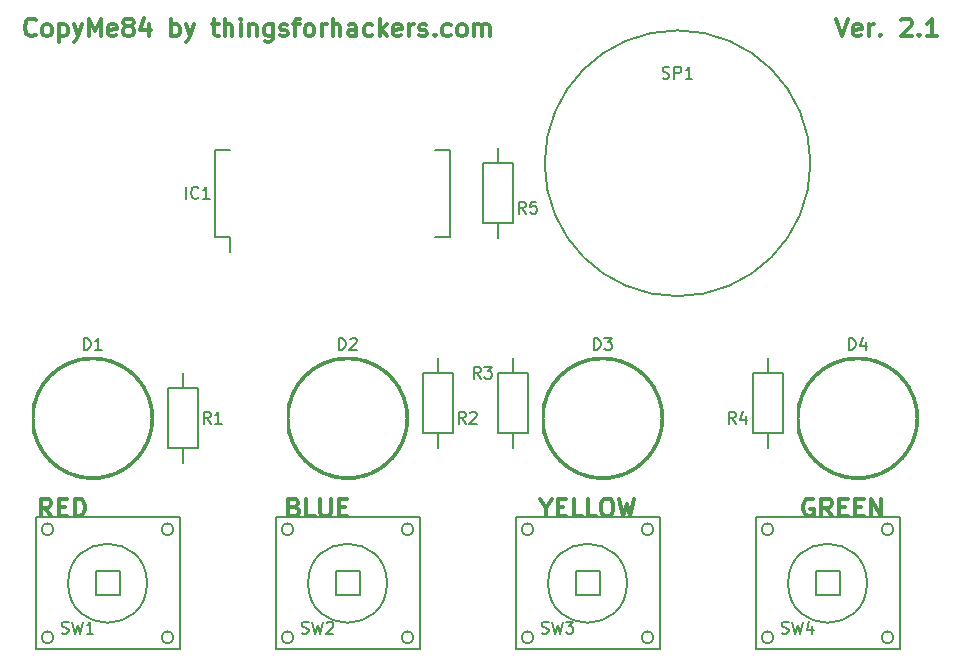
<source format=gbr>
G04 #@! TF.FileFunction,Legend,Top*
%FSLAX46Y46*%
G04 Gerber Fmt 4.6, Leading zero omitted, Abs format (unit mm)*
G04 Created by KiCad (PCBNEW 4.0.6) date Sat Jun 24 19:56:57 2017*
%MOMM*%
%LPD*%
G01*
G04 APERTURE LIST*
%ADD10C,0.100000*%
%ADD11C,0.300000*%
%ADD12C,0.150000*%
G04 APERTURE END LIST*
D10*
D11*
X173478572Y-77918571D02*
X173978572Y-79418571D01*
X174478572Y-77918571D01*
X175550000Y-79347143D02*
X175407143Y-79418571D01*
X175121429Y-79418571D01*
X174978572Y-79347143D01*
X174907143Y-79204286D01*
X174907143Y-78632857D01*
X174978572Y-78490000D01*
X175121429Y-78418571D01*
X175407143Y-78418571D01*
X175550000Y-78490000D01*
X175621429Y-78632857D01*
X175621429Y-78775714D01*
X174907143Y-78918571D01*
X176264286Y-79418571D02*
X176264286Y-78418571D01*
X176264286Y-78704286D02*
X176335714Y-78561429D01*
X176407143Y-78490000D01*
X176550000Y-78418571D01*
X176692857Y-78418571D01*
X177192857Y-79275714D02*
X177264285Y-79347143D01*
X177192857Y-79418571D01*
X177121428Y-79347143D01*
X177192857Y-79275714D01*
X177192857Y-79418571D01*
X178978571Y-78061429D02*
X179050000Y-77990000D01*
X179192857Y-77918571D01*
X179550000Y-77918571D01*
X179692857Y-77990000D01*
X179764286Y-78061429D01*
X179835714Y-78204286D01*
X179835714Y-78347143D01*
X179764286Y-78561429D01*
X178907143Y-79418571D01*
X179835714Y-79418571D01*
X180478571Y-79275714D02*
X180549999Y-79347143D01*
X180478571Y-79418571D01*
X180407142Y-79347143D01*
X180478571Y-79275714D01*
X180478571Y-79418571D01*
X181978571Y-79418571D02*
X181121428Y-79418571D01*
X181550000Y-79418571D02*
X181550000Y-77918571D01*
X181407143Y-78132857D01*
X181264285Y-78275714D01*
X181121428Y-78347143D01*
X171490000Y-118630000D02*
X171347143Y-118558571D01*
X171132857Y-118558571D01*
X170918572Y-118630000D01*
X170775714Y-118772857D01*
X170704286Y-118915714D01*
X170632857Y-119201429D01*
X170632857Y-119415714D01*
X170704286Y-119701429D01*
X170775714Y-119844286D01*
X170918572Y-119987143D01*
X171132857Y-120058571D01*
X171275714Y-120058571D01*
X171490000Y-119987143D01*
X171561429Y-119915714D01*
X171561429Y-119415714D01*
X171275714Y-119415714D01*
X173061429Y-120058571D02*
X172561429Y-119344286D01*
X172204286Y-120058571D02*
X172204286Y-118558571D01*
X172775714Y-118558571D01*
X172918572Y-118630000D01*
X172990000Y-118701429D01*
X173061429Y-118844286D01*
X173061429Y-119058571D01*
X172990000Y-119201429D01*
X172918572Y-119272857D01*
X172775714Y-119344286D01*
X172204286Y-119344286D01*
X173704286Y-119272857D02*
X174204286Y-119272857D01*
X174418572Y-120058571D02*
X173704286Y-120058571D01*
X173704286Y-118558571D01*
X174418572Y-118558571D01*
X175061429Y-119272857D02*
X175561429Y-119272857D01*
X175775715Y-120058571D02*
X175061429Y-120058571D01*
X175061429Y-118558571D01*
X175775715Y-118558571D01*
X176418572Y-120058571D02*
X176418572Y-118558571D01*
X177275715Y-120058571D01*
X177275715Y-118558571D01*
X148864285Y-119344286D02*
X148864285Y-120058571D01*
X148364285Y-118558571D02*
X148864285Y-119344286D01*
X149364285Y-118558571D01*
X149864285Y-119272857D02*
X150364285Y-119272857D01*
X150578571Y-120058571D02*
X149864285Y-120058571D01*
X149864285Y-118558571D01*
X150578571Y-118558571D01*
X151935714Y-120058571D02*
X151221428Y-120058571D01*
X151221428Y-118558571D01*
X153150000Y-120058571D02*
X152435714Y-120058571D01*
X152435714Y-118558571D01*
X153935714Y-118558571D02*
X154221428Y-118558571D01*
X154364286Y-118630000D01*
X154507143Y-118772857D01*
X154578571Y-119058571D01*
X154578571Y-119558571D01*
X154507143Y-119844286D01*
X154364286Y-119987143D01*
X154221428Y-120058571D01*
X153935714Y-120058571D01*
X153792857Y-119987143D01*
X153650000Y-119844286D01*
X153578571Y-119558571D01*
X153578571Y-119058571D01*
X153650000Y-118772857D01*
X153792857Y-118630000D01*
X153935714Y-118558571D01*
X155078572Y-118558571D02*
X155435715Y-120058571D01*
X155721429Y-118987143D01*
X156007143Y-120058571D01*
X156364286Y-118558571D01*
X127575714Y-119272857D02*
X127790000Y-119344286D01*
X127861428Y-119415714D01*
X127932857Y-119558571D01*
X127932857Y-119772857D01*
X127861428Y-119915714D01*
X127790000Y-119987143D01*
X127647142Y-120058571D01*
X127075714Y-120058571D01*
X127075714Y-118558571D01*
X127575714Y-118558571D01*
X127718571Y-118630000D01*
X127790000Y-118701429D01*
X127861428Y-118844286D01*
X127861428Y-118987143D01*
X127790000Y-119130000D01*
X127718571Y-119201429D01*
X127575714Y-119272857D01*
X127075714Y-119272857D01*
X129290000Y-120058571D02*
X128575714Y-120058571D01*
X128575714Y-118558571D01*
X129790000Y-118558571D02*
X129790000Y-119772857D01*
X129861428Y-119915714D01*
X129932857Y-119987143D01*
X130075714Y-120058571D01*
X130361428Y-120058571D01*
X130504286Y-119987143D01*
X130575714Y-119915714D01*
X130647143Y-119772857D01*
X130647143Y-118558571D01*
X131361429Y-119272857D02*
X131861429Y-119272857D01*
X132075715Y-120058571D02*
X131361429Y-120058571D01*
X131361429Y-118558571D01*
X132075715Y-118558571D01*
X106985715Y-120058571D02*
X106485715Y-119344286D01*
X106128572Y-120058571D02*
X106128572Y-118558571D01*
X106700000Y-118558571D01*
X106842858Y-118630000D01*
X106914286Y-118701429D01*
X106985715Y-118844286D01*
X106985715Y-119058571D01*
X106914286Y-119201429D01*
X106842858Y-119272857D01*
X106700000Y-119344286D01*
X106128572Y-119344286D01*
X107628572Y-119272857D02*
X108128572Y-119272857D01*
X108342858Y-120058571D02*
X107628572Y-120058571D01*
X107628572Y-118558571D01*
X108342858Y-118558571D01*
X108985715Y-120058571D02*
X108985715Y-118558571D01*
X109342858Y-118558571D01*
X109557143Y-118630000D01*
X109700001Y-118772857D01*
X109771429Y-118915714D01*
X109842858Y-119201429D01*
X109842858Y-119415714D01*
X109771429Y-119701429D01*
X109700001Y-119844286D01*
X109557143Y-119987143D01*
X109342858Y-120058571D01*
X108985715Y-120058571D01*
X105674286Y-79275714D02*
X105602857Y-79347143D01*
X105388571Y-79418571D01*
X105245714Y-79418571D01*
X105031429Y-79347143D01*
X104888571Y-79204286D01*
X104817143Y-79061429D01*
X104745714Y-78775714D01*
X104745714Y-78561429D01*
X104817143Y-78275714D01*
X104888571Y-78132857D01*
X105031429Y-77990000D01*
X105245714Y-77918571D01*
X105388571Y-77918571D01*
X105602857Y-77990000D01*
X105674286Y-78061429D01*
X106531429Y-79418571D02*
X106388571Y-79347143D01*
X106317143Y-79275714D01*
X106245714Y-79132857D01*
X106245714Y-78704286D01*
X106317143Y-78561429D01*
X106388571Y-78490000D01*
X106531429Y-78418571D01*
X106745714Y-78418571D01*
X106888571Y-78490000D01*
X106960000Y-78561429D01*
X107031429Y-78704286D01*
X107031429Y-79132857D01*
X106960000Y-79275714D01*
X106888571Y-79347143D01*
X106745714Y-79418571D01*
X106531429Y-79418571D01*
X107674286Y-78418571D02*
X107674286Y-79918571D01*
X107674286Y-78490000D02*
X107817143Y-78418571D01*
X108102857Y-78418571D01*
X108245714Y-78490000D01*
X108317143Y-78561429D01*
X108388572Y-78704286D01*
X108388572Y-79132857D01*
X108317143Y-79275714D01*
X108245714Y-79347143D01*
X108102857Y-79418571D01*
X107817143Y-79418571D01*
X107674286Y-79347143D01*
X108888572Y-78418571D02*
X109245715Y-79418571D01*
X109602857Y-78418571D02*
X109245715Y-79418571D01*
X109102857Y-79775714D01*
X109031429Y-79847143D01*
X108888572Y-79918571D01*
X110174286Y-79418571D02*
X110174286Y-77918571D01*
X110674286Y-78990000D01*
X111174286Y-77918571D01*
X111174286Y-79418571D01*
X112460000Y-79347143D02*
X112317143Y-79418571D01*
X112031429Y-79418571D01*
X111888572Y-79347143D01*
X111817143Y-79204286D01*
X111817143Y-78632857D01*
X111888572Y-78490000D01*
X112031429Y-78418571D01*
X112317143Y-78418571D01*
X112460000Y-78490000D01*
X112531429Y-78632857D01*
X112531429Y-78775714D01*
X111817143Y-78918571D01*
X113388572Y-78561429D02*
X113245714Y-78490000D01*
X113174286Y-78418571D01*
X113102857Y-78275714D01*
X113102857Y-78204286D01*
X113174286Y-78061429D01*
X113245714Y-77990000D01*
X113388572Y-77918571D01*
X113674286Y-77918571D01*
X113817143Y-77990000D01*
X113888572Y-78061429D01*
X113960000Y-78204286D01*
X113960000Y-78275714D01*
X113888572Y-78418571D01*
X113817143Y-78490000D01*
X113674286Y-78561429D01*
X113388572Y-78561429D01*
X113245714Y-78632857D01*
X113174286Y-78704286D01*
X113102857Y-78847143D01*
X113102857Y-79132857D01*
X113174286Y-79275714D01*
X113245714Y-79347143D01*
X113388572Y-79418571D01*
X113674286Y-79418571D01*
X113817143Y-79347143D01*
X113888572Y-79275714D01*
X113960000Y-79132857D01*
X113960000Y-78847143D01*
X113888572Y-78704286D01*
X113817143Y-78632857D01*
X113674286Y-78561429D01*
X115245714Y-78418571D02*
X115245714Y-79418571D01*
X114888571Y-77847143D02*
X114531428Y-78918571D01*
X115460000Y-78918571D01*
X117174285Y-79418571D02*
X117174285Y-77918571D01*
X117174285Y-78490000D02*
X117317142Y-78418571D01*
X117602856Y-78418571D01*
X117745713Y-78490000D01*
X117817142Y-78561429D01*
X117888571Y-78704286D01*
X117888571Y-79132857D01*
X117817142Y-79275714D01*
X117745713Y-79347143D01*
X117602856Y-79418571D01*
X117317142Y-79418571D01*
X117174285Y-79347143D01*
X118388571Y-78418571D02*
X118745714Y-79418571D01*
X119102856Y-78418571D02*
X118745714Y-79418571D01*
X118602856Y-79775714D01*
X118531428Y-79847143D01*
X118388571Y-79918571D01*
X120602856Y-78418571D02*
X121174285Y-78418571D01*
X120817142Y-77918571D02*
X120817142Y-79204286D01*
X120888570Y-79347143D01*
X121031428Y-79418571D01*
X121174285Y-79418571D01*
X121674285Y-79418571D02*
X121674285Y-77918571D01*
X122317142Y-79418571D02*
X122317142Y-78632857D01*
X122245713Y-78490000D01*
X122102856Y-78418571D01*
X121888571Y-78418571D01*
X121745713Y-78490000D01*
X121674285Y-78561429D01*
X123031428Y-79418571D02*
X123031428Y-78418571D01*
X123031428Y-77918571D02*
X122959999Y-77990000D01*
X123031428Y-78061429D01*
X123102856Y-77990000D01*
X123031428Y-77918571D01*
X123031428Y-78061429D01*
X123745714Y-78418571D02*
X123745714Y-79418571D01*
X123745714Y-78561429D02*
X123817142Y-78490000D01*
X123960000Y-78418571D01*
X124174285Y-78418571D01*
X124317142Y-78490000D01*
X124388571Y-78632857D01*
X124388571Y-79418571D01*
X125745714Y-78418571D02*
X125745714Y-79632857D01*
X125674285Y-79775714D01*
X125602857Y-79847143D01*
X125460000Y-79918571D01*
X125245714Y-79918571D01*
X125102857Y-79847143D01*
X125745714Y-79347143D02*
X125602857Y-79418571D01*
X125317143Y-79418571D01*
X125174285Y-79347143D01*
X125102857Y-79275714D01*
X125031428Y-79132857D01*
X125031428Y-78704286D01*
X125102857Y-78561429D01*
X125174285Y-78490000D01*
X125317143Y-78418571D01*
X125602857Y-78418571D01*
X125745714Y-78490000D01*
X126388571Y-79347143D02*
X126531428Y-79418571D01*
X126817143Y-79418571D01*
X126960000Y-79347143D01*
X127031428Y-79204286D01*
X127031428Y-79132857D01*
X126960000Y-78990000D01*
X126817143Y-78918571D01*
X126602857Y-78918571D01*
X126460000Y-78847143D01*
X126388571Y-78704286D01*
X126388571Y-78632857D01*
X126460000Y-78490000D01*
X126602857Y-78418571D01*
X126817143Y-78418571D01*
X126960000Y-78490000D01*
X127460000Y-78418571D02*
X128031429Y-78418571D01*
X127674286Y-79418571D02*
X127674286Y-78132857D01*
X127745714Y-77990000D01*
X127888572Y-77918571D01*
X128031429Y-77918571D01*
X128745715Y-79418571D02*
X128602857Y-79347143D01*
X128531429Y-79275714D01*
X128460000Y-79132857D01*
X128460000Y-78704286D01*
X128531429Y-78561429D01*
X128602857Y-78490000D01*
X128745715Y-78418571D01*
X128960000Y-78418571D01*
X129102857Y-78490000D01*
X129174286Y-78561429D01*
X129245715Y-78704286D01*
X129245715Y-79132857D01*
X129174286Y-79275714D01*
X129102857Y-79347143D01*
X128960000Y-79418571D01*
X128745715Y-79418571D01*
X129888572Y-79418571D02*
X129888572Y-78418571D01*
X129888572Y-78704286D02*
X129960000Y-78561429D01*
X130031429Y-78490000D01*
X130174286Y-78418571D01*
X130317143Y-78418571D01*
X130817143Y-79418571D02*
X130817143Y-77918571D01*
X131460000Y-79418571D02*
X131460000Y-78632857D01*
X131388571Y-78490000D01*
X131245714Y-78418571D01*
X131031429Y-78418571D01*
X130888571Y-78490000D01*
X130817143Y-78561429D01*
X132817143Y-79418571D02*
X132817143Y-78632857D01*
X132745714Y-78490000D01*
X132602857Y-78418571D01*
X132317143Y-78418571D01*
X132174286Y-78490000D01*
X132817143Y-79347143D02*
X132674286Y-79418571D01*
X132317143Y-79418571D01*
X132174286Y-79347143D01*
X132102857Y-79204286D01*
X132102857Y-79061429D01*
X132174286Y-78918571D01*
X132317143Y-78847143D01*
X132674286Y-78847143D01*
X132817143Y-78775714D01*
X134174286Y-79347143D02*
X134031429Y-79418571D01*
X133745715Y-79418571D01*
X133602857Y-79347143D01*
X133531429Y-79275714D01*
X133460000Y-79132857D01*
X133460000Y-78704286D01*
X133531429Y-78561429D01*
X133602857Y-78490000D01*
X133745715Y-78418571D01*
X134031429Y-78418571D01*
X134174286Y-78490000D01*
X134817143Y-79418571D02*
X134817143Y-77918571D01*
X134960000Y-78847143D02*
X135388571Y-79418571D01*
X135388571Y-78418571D02*
X134817143Y-78990000D01*
X136602857Y-79347143D02*
X136460000Y-79418571D01*
X136174286Y-79418571D01*
X136031429Y-79347143D01*
X135960000Y-79204286D01*
X135960000Y-78632857D01*
X136031429Y-78490000D01*
X136174286Y-78418571D01*
X136460000Y-78418571D01*
X136602857Y-78490000D01*
X136674286Y-78632857D01*
X136674286Y-78775714D01*
X135960000Y-78918571D01*
X137317143Y-79418571D02*
X137317143Y-78418571D01*
X137317143Y-78704286D02*
X137388571Y-78561429D01*
X137460000Y-78490000D01*
X137602857Y-78418571D01*
X137745714Y-78418571D01*
X138174285Y-79347143D02*
X138317142Y-79418571D01*
X138602857Y-79418571D01*
X138745714Y-79347143D01*
X138817142Y-79204286D01*
X138817142Y-79132857D01*
X138745714Y-78990000D01*
X138602857Y-78918571D01*
X138388571Y-78918571D01*
X138245714Y-78847143D01*
X138174285Y-78704286D01*
X138174285Y-78632857D01*
X138245714Y-78490000D01*
X138388571Y-78418571D01*
X138602857Y-78418571D01*
X138745714Y-78490000D01*
X139460000Y-79275714D02*
X139531428Y-79347143D01*
X139460000Y-79418571D01*
X139388571Y-79347143D01*
X139460000Y-79275714D01*
X139460000Y-79418571D01*
X140817143Y-79347143D02*
X140674286Y-79418571D01*
X140388572Y-79418571D01*
X140245714Y-79347143D01*
X140174286Y-79275714D01*
X140102857Y-79132857D01*
X140102857Y-78704286D01*
X140174286Y-78561429D01*
X140245714Y-78490000D01*
X140388572Y-78418571D01*
X140674286Y-78418571D01*
X140817143Y-78490000D01*
X141674286Y-79418571D02*
X141531428Y-79347143D01*
X141460000Y-79275714D01*
X141388571Y-79132857D01*
X141388571Y-78704286D01*
X141460000Y-78561429D01*
X141531428Y-78490000D01*
X141674286Y-78418571D01*
X141888571Y-78418571D01*
X142031428Y-78490000D01*
X142102857Y-78561429D01*
X142174286Y-78704286D01*
X142174286Y-79132857D01*
X142102857Y-79275714D01*
X142031428Y-79347143D01*
X141888571Y-79418571D01*
X141674286Y-79418571D01*
X142817143Y-79418571D02*
X142817143Y-78418571D01*
X142817143Y-78561429D02*
X142888571Y-78490000D01*
X143031429Y-78418571D01*
X143245714Y-78418571D01*
X143388571Y-78490000D01*
X143460000Y-78632857D01*
X143460000Y-79418571D01*
X143460000Y-78632857D02*
X143531429Y-78490000D01*
X143674286Y-78418571D01*
X143888571Y-78418571D01*
X144031429Y-78490000D01*
X144102857Y-78632857D01*
X144102857Y-79418571D01*
D12*
X105490000Y-110530000D02*
X105490000Y-112990000D01*
X105493439Y-113003899D02*
G75*
G03X105490000Y-110530000I4996561J1243899D01*
G01*
X115490000Y-111760000D02*
G75*
G03X115490000Y-111760000I-5000000J0D01*
G01*
X127080000Y-110530000D02*
X127080000Y-112990000D01*
X127083439Y-113003899D02*
G75*
G03X127080000Y-110530000I4996561J1243899D01*
G01*
X137080000Y-111760000D02*
G75*
G03X137080000Y-111760000I-5000000J0D01*
G01*
X148670000Y-110530000D02*
X148670000Y-112990000D01*
X148673439Y-113003899D02*
G75*
G03X148670000Y-110530000I4996561J1243899D01*
G01*
X158670000Y-111760000D02*
G75*
G03X158670000Y-111760000I-5000000J0D01*
G01*
X170260000Y-110530000D02*
X170260000Y-112990000D01*
X170263439Y-113003899D02*
G75*
G03X170260000Y-110530000I4996561J1243899D01*
G01*
X180260000Y-111760000D02*
G75*
G03X180260000Y-111760000I-5000000J0D01*
G01*
X120895000Y-96385000D02*
X122165000Y-96385000D01*
X120895000Y-89035000D02*
X122165000Y-89035000D01*
X140725000Y-89035000D02*
X139455000Y-89035000D01*
X140725000Y-96385000D02*
X139455000Y-96385000D01*
X120895000Y-96385000D02*
X120895000Y-89035000D01*
X140725000Y-96385000D02*
X140725000Y-89035000D01*
X122165000Y-96385000D02*
X122165000Y-97670000D01*
X119380000Y-109220000D02*
X119380000Y-114300000D01*
X119380000Y-114300000D02*
X116840000Y-114300000D01*
X116840000Y-114300000D02*
X116840000Y-109220000D01*
X116840000Y-109220000D02*
X119380000Y-109220000D01*
X118110000Y-109220000D02*
X118110000Y-107950000D01*
X118110000Y-114300000D02*
X118110000Y-115570000D01*
X140970000Y-107950000D02*
X140970000Y-113030000D01*
X140970000Y-113030000D02*
X138430000Y-113030000D01*
X138430000Y-113030000D02*
X138430000Y-107950000D01*
X138430000Y-107950000D02*
X140970000Y-107950000D01*
X139700000Y-107950000D02*
X139700000Y-106680000D01*
X139700000Y-113030000D02*
X139700000Y-114300000D01*
X147320000Y-107950000D02*
X147320000Y-113030000D01*
X147320000Y-113030000D02*
X144780000Y-113030000D01*
X144780000Y-113030000D02*
X144780000Y-107950000D01*
X144780000Y-107950000D02*
X147320000Y-107950000D01*
X146050000Y-107950000D02*
X146050000Y-106680000D01*
X146050000Y-113030000D02*
X146050000Y-114300000D01*
X168910000Y-107950000D02*
X168910000Y-113030000D01*
X168910000Y-113030000D02*
X166370000Y-113030000D01*
X166370000Y-113030000D02*
X166370000Y-107950000D01*
X166370000Y-107950000D02*
X168910000Y-107950000D01*
X167640000Y-107950000D02*
X167640000Y-106680000D01*
X167640000Y-113030000D02*
X167640000Y-114300000D01*
X143510000Y-95250000D02*
X143510000Y-90170000D01*
X143510000Y-90170000D02*
X146050000Y-90170000D01*
X146050000Y-90170000D02*
X146050000Y-95250000D01*
X146050000Y-95250000D02*
X143510000Y-95250000D01*
X144780000Y-95250000D02*
X144780000Y-96520000D01*
X144780000Y-90170000D02*
X144780000Y-88900000D01*
X171270000Y-90170000D02*
G75*
G03X171270000Y-90170000I-11250000J0D01*
G01*
X110744000Y-124714000D02*
X112776000Y-124714000D01*
X112776000Y-124714000D02*
X112776000Y-126746000D01*
X112776000Y-126746000D02*
X110744000Y-126746000D01*
X110744000Y-126746000D02*
X110744000Y-124714000D01*
X117348000Y-130302000D02*
G75*
G03X117348000Y-130302000I-508000J0D01*
G01*
X107188000Y-130302000D02*
G75*
G03X107188000Y-130302000I-508000J0D01*
G01*
X117348000Y-121158000D02*
G75*
G03X117348000Y-121158000I-508000J0D01*
G01*
X107188000Y-121158000D02*
G75*
G03X107188000Y-121158000I-508000J0D01*
G01*
X115100000Y-125730000D02*
G75*
G03X115100000Y-125730000I-3340000J0D01*
G01*
X117856000Y-120142000D02*
X117856000Y-131318000D01*
X105664000Y-131318000D02*
X105664000Y-120142000D01*
X105664000Y-131318000D02*
X117856000Y-131318000D01*
X117856000Y-120142000D02*
X105664000Y-120142000D01*
X131064000Y-124714000D02*
X133096000Y-124714000D01*
X133096000Y-124714000D02*
X133096000Y-126746000D01*
X133096000Y-126746000D02*
X131064000Y-126746000D01*
X131064000Y-126746000D02*
X131064000Y-124714000D01*
X137668000Y-130302000D02*
G75*
G03X137668000Y-130302000I-508000J0D01*
G01*
X127508000Y-130302000D02*
G75*
G03X127508000Y-130302000I-508000J0D01*
G01*
X137668000Y-121158000D02*
G75*
G03X137668000Y-121158000I-508000J0D01*
G01*
X127508000Y-121158000D02*
G75*
G03X127508000Y-121158000I-508000J0D01*
G01*
X135420000Y-125730000D02*
G75*
G03X135420000Y-125730000I-3340000J0D01*
G01*
X138176000Y-120142000D02*
X138176000Y-131318000D01*
X125984000Y-131318000D02*
X125984000Y-120142000D01*
X125984000Y-131318000D02*
X138176000Y-131318000D01*
X138176000Y-120142000D02*
X125984000Y-120142000D01*
X151384000Y-124714000D02*
X153416000Y-124714000D01*
X153416000Y-124714000D02*
X153416000Y-126746000D01*
X153416000Y-126746000D02*
X151384000Y-126746000D01*
X151384000Y-126746000D02*
X151384000Y-124714000D01*
X157988000Y-130302000D02*
G75*
G03X157988000Y-130302000I-508000J0D01*
G01*
X147828000Y-130302000D02*
G75*
G03X147828000Y-130302000I-508000J0D01*
G01*
X157988000Y-121158000D02*
G75*
G03X157988000Y-121158000I-508000J0D01*
G01*
X147828000Y-121158000D02*
G75*
G03X147828000Y-121158000I-508000J0D01*
G01*
X155740000Y-125730000D02*
G75*
G03X155740000Y-125730000I-3340000J0D01*
G01*
X158496000Y-120142000D02*
X158496000Y-131318000D01*
X146304000Y-131318000D02*
X146304000Y-120142000D01*
X146304000Y-131318000D02*
X158496000Y-131318000D01*
X158496000Y-120142000D02*
X146304000Y-120142000D01*
X171704000Y-124714000D02*
X173736000Y-124714000D01*
X173736000Y-124714000D02*
X173736000Y-126746000D01*
X173736000Y-126746000D02*
X171704000Y-126746000D01*
X171704000Y-126746000D02*
X171704000Y-124714000D01*
X178308000Y-130302000D02*
G75*
G03X178308000Y-130302000I-508000J0D01*
G01*
X168148000Y-130302000D02*
G75*
G03X168148000Y-130302000I-508000J0D01*
G01*
X178308000Y-121158000D02*
G75*
G03X178308000Y-121158000I-508000J0D01*
G01*
X168148000Y-121158000D02*
G75*
G03X168148000Y-121158000I-508000J0D01*
G01*
X176060000Y-125730000D02*
G75*
G03X176060000Y-125730000I-3340000J0D01*
G01*
X178816000Y-120142000D02*
X178816000Y-131318000D01*
X166624000Y-131318000D02*
X166624000Y-120142000D01*
X166624000Y-131318000D02*
X178816000Y-131318000D01*
X178816000Y-120142000D02*
X166624000Y-120142000D01*
X109751905Y-105962381D02*
X109751905Y-104962381D01*
X109990000Y-104962381D01*
X110132858Y-105010000D01*
X110228096Y-105105238D01*
X110275715Y-105200476D01*
X110323334Y-105390952D01*
X110323334Y-105533810D01*
X110275715Y-105724286D01*
X110228096Y-105819524D01*
X110132858Y-105914762D01*
X109990000Y-105962381D01*
X109751905Y-105962381D01*
X111275715Y-105962381D02*
X110704286Y-105962381D01*
X110990000Y-105962381D02*
X110990000Y-104962381D01*
X110894762Y-105105238D01*
X110799524Y-105200476D01*
X110704286Y-105248095D01*
X131341905Y-105962381D02*
X131341905Y-104962381D01*
X131580000Y-104962381D01*
X131722858Y-105010000D01*
X131818096Y-105105238D01*
X131865715Y-105200476D01*
X131913334Y-105390952D01*
X131913334Y-105533810D01*
X131865715Y-105724286D01*
X131818096Y-105819524D01*
X131722858Y-105914762D01*
X131580000Y-105962381D01*
X131341905Y-105962381D01*
X132294286Y-105057619D02*
X132341905Y-105010000D01*
X132437143Y-104962381D01*
X132675239Y-104962381D01*
X132770477Y-105010000D01*
X132818096Y-105057619D01*
X132865715Y-105152857D01*
X132865715Y-105248095D01*
X132818096Y-105390952D01*
X132246667Y-105962381D01*
X132865715Y-105962381D01*
X152931905Y-105962381D02*
X152931905Y-104962381D01*
X153170000Y-104962381D01*
X153312858Y-105010000D01*
X153408096Y-105105238D01*
X153455715Y-105200476D01*
X153503334Y-105390952D01*
X153503334Y-105533810D01*
X153455715Y-105724286D01*
X153408096Y-105819524D01*
X153312858Y-105914762D01*
X153170000Y-105962381D01*
X152931905Y-105962381D01*
X153836667Y-104962381D02*
X154455715Y-104962381D01*
X154122381Y-105343333D01*
X154265239Y-105343333D01*
X154360477Y-105390952D01*
X154408096Y-105438571D01*
X154455715Y-105533810D01*
X154455715Y-105771905D01*
X154408096Y-105867143D01*
X154360477Y-105914762D01*
X154265239Y-105962381D01*
X153979524Y-105962381D01*
X153884286Y-105914762D01*
X153836667Y-105867143D01*
X174521905Y-105962381D02*
X174521905Y-104962381D01*
X174760000Y-104962381D01*
X174902858Y-105010000D01*
X174998096Y-105105238D01*
X175045715Y-105200476D01*
X175093334Y-105390952D01*
X175093334Y-105533810D01*
X175045715Y-105724286D01*
X174998096Y-105819524D01*
X174902858Y-105914762D01*
X174760000Y-105962381D01*
X174521905Y-105962381D01*
X175950477Y-105295714D02*
X175950477Y-105962381D01*
X175712381Y-104914762D02*
X175474286Y-105629048D01*
X176093334Y-105629048D01*
X118403810Y-93162381D02*
X118403810Y-92162381D01*
X119451429Y-93067143D02*
X119403810Y-93114762D01*
X119260953Y-93162381D01*
X119165715Y-93162381D01*
X119022857Y-93114762D01*
X118927619Y-93019524D01*
X118880000Y-92924286D01*
X118832381Y-92733810D01*
X118832381Y-92590952D01*
X118880000Y-92400476D01*
X118927619Y-92305238D01*
X119022857Y-92210000D01*
X119165715Y-92162381D01*
X119260953Y-92162381D01*
X119403810Y-92210000D01*
X119451429Y-92257619D01*
X120403810Y-93162381D02*
X119832381Y-93162381D01*
X120118095Y-93162381D02*
X120118095Y-92162381D01*
X120022857Y-92305238D01*
X119927619Y-92400476D01*
X119832381Y-92448095D01*
X120483334Y-112212381D02*
X120150000Y-111736190D01*
X119911905Y-112212381D02*
X119911905Y-111212381D01*
X120292858Y-111212381D01*
X120388096Y-111260000D01*
X120435715Y-111307619D01*
X120483334Y-111402857D01*
X120483334Y-111545714D01*
X120435715Y-111640952D01*
X120388096Y-111688571D01*
X120292858Y-111736190D01*
X119911905Y-111736190D01*
X121435715Y-112212381D02*
X120864286Y-112212381D01*
X121150000Y-112212381D02*
X121150000Y-111212381D01*
X121054762Y-111355238D01*
X120959524Y-111450476D01*
X120864286Y-111498095D01*
X142073334Y-112212381D02*
X141740000Y-111736190D01*
X141501905Y-112212381D02*
X141501905Y-111212381D01*
X141882858Y-111212381D01*
X141978096Y-111260000D01*
X142025715Y-111307619D01*
X142073334Y-111402857D01*
X142073334Y-111545714D01*
X142025715Y-111640952D01*
X141978096Y-111688571D01*
X141882858Y-111736190D01*
X141501905Y-111736190D01*
X142454286Y-111307619D02*
X142501905Y-111260000D01*
X142597143Y-111212381D01*
X142835239Y-111212381D01*
X142930477Y-111260000D01*
X142978096Y-111307619D01*
X143025715Y-111402857D01*
X143025715Y-111498095D01*
X142978096Y-111640952D01*
X142406667Y-112212381D01*
X143025715Y-112212381D01*
X143343334Y-108402381D02*
X143010000Y-107926190D01*
X142771905Y-108402381D02*
X142771905Y-107402381D01*
X143152858Y-107402381D01*
X143248096Y-107450000D01*
X143295715Y-107497619D01*
X143343334Y-107592857D01*
X143343334Y-107735714D01*
X143295715Y-107830952D01*
X143248096Y-107878571D01*
X143152858Y-107926190D01*
X142771905Y-107926190D01*
X143676667Y-107402381D02*
X144295715Y-107402381D01*
X143962381Y-107783333D01*
X144105239Y-107783333D01*
X144200477Y-107830952D01*
X144248096Y-107878571D01*
X144295715Y-107973810D01*
X144295715Y-108211905D01*
X144248096Y-108307143D01*
X144200477Y-108354762D01*
X144105239Y-108402381D01*
X143819524Y-108402381D01*
X143724286Y-108354762D01*
X143676667Y-108307143D01*
X164933334Y-112212381D02*
X164600000Y-111736190D01*
X164361905Y-112212381D02*
X164361905Y-111212381D01*
X164742858Y-111212381D01*
X164838096Y-111260000D01*
X164885715Y-111307619D01*
X164933334Y-111402857D01*
X164933334Y-111545714D01*
X164885715Y-111640952D01*
X164838096Y-111688571D01*
X164742858Y-111736190D01*
X164361905Y-111736190D01*
X165790477Y-111545714D02*
X165790477Y-112212381D01*
X165552381Y-111164762D02*
X165314286Y-111879048D01*
X165933334Y-111879048D01*
X147153334Y-94432381D02*
X146820000Y-93956190D01*
X146581905Y-94432381D02*
X146581905Y-93432381D01*
X146962858Y-93432381D01*
X147058096Y-93480000D01*
X147105715Y-93527619D01*
X147153334Y-93622857D01*
X147153334Y-93765714D01*
X147105715Y-93860952D01*
X147058096Y-93908571D01*
X146962858Y-93956190D01*
X146581905Y-93956190D01*
X148058096Y-93432381D02*
X147581905Y-93432381D01*
X147534286Y-93908571D01*
X147581905Y-93860952D01*
X147677143Y-93813333D01*
X147915239Y-93813333D01*
X148010477Y-93860952D01*
X148058096Y-93908571D01*
X148105715Y-94003810D01*
X148105715Y-94241905D01*
X148058096Y-94337143D01*
X148010477Y-94384762D01*
X147915239Y-94432381D01*
X147677143Y-94432381D01*
X147581905Y-94384762D01*
X147534286Y-94337143D01*
X158758095Y-82954762D02*
X158900952Y-83002381D01*
X159139048Y-83002381D01*
X159234286Y-82954762D01*
X159281905Y-82907143D01*
X159329524Y-82811905D01*
X159329524Y-82716667D01*
X159281905Y-82621429D01*
X159234286Y-82573810D01*
X159139048Y-82526190D01*
X158948571Y-82478571D01*
X158853333Y-82430952D01*
X158805714Y-82383333D01*
X158758095Y-82288095D01*
X158758095Y-82192857D01*
X158805714Y-82097619D01*
X158853333Y-82050000D01*
X158948571Y-82002381D01*
X159186667Y-82002381D01*
X159329524Y-82050000D01*
X159758095Y-83002381D02*
X159758095Y-82002381D01*
X160139048Y-82002381D01*
X160234286Y-82050000D01*
X160281905Y-82097619D01*
X160329524Y-82192857D01*
X160329524Y-82335714D01*
X160281905Y-82430952D01*
X160234286Y-82478571D01*
X160139048Y-82526190D01*
X159758095Y-82526190D01*
X161281905Y-83002381D02*
X160710476Y-83002381D01*
X160996190Y-83002381D02*
X160996190Y-82002381D01*
X160900952Y-82145238D01*
X160805714Y-82240476D01*
X160710476Y-82288095D01*
X107886667Y-129944762D02*
X108029524Y-129992381D01*
X108267620Y-129992381D01*
X108362858Y-129944762D01*
X108410477Y-129897143D01*
X108458096Y-129801905D01*
X108458096Y-129706667D01*
X108410477Y-129611429D01*
X108362858Y-129563810D01*
X108267620Y-129516190D01*
X108077143Y-129468571D01*
X107981905Y-129420952D01*
X107934286Y-129373333D01*
X107886667Y-129278095D01*
X107886667Y-129182857D01*
X107934286Y-129087619D01*
X107981905Y-129040000D01*
X108077143Y-128992381D01*
X108315239Y-128992381D01*
X108458096Y-129040000D01*
X108791429Y-128992381D02*
X109029524Y-129992381D01*
X109220001Y-129278095D01*
X109410477Y-129992381D01*
X109648572Y-128992381D01*
X110553334Y-129992381D02*
X109981905Y-129992381D01*
X110267619Y-129992381D02*
X110267619Y-128992381D01*
X110172381Y-129135238D01*
X110077143Y-129230476D01*
X109981905Y-129278095D01*
X128206667Y-129944762D02*
X128349524Y-129992381D01*
X128587620Y-129992381D01*
X128682858Y-129944762D01*
X128730477Y-129897143D01*
X128778096Y-129801905D01*
X128778096Y-129706667D01*
X128730477Y-129611429D01*
X128682858Y-129563810D01*
X128587620Y-129516190D01*
X128397143Y-129468571D01*
X128301905Y-129420952D01*
X128254286Y-129373333D01*
X128206667Y-129278095D01*
X128206667Y-129182857D01*
X128254286Y-129087619D01*
X128301905Y-129040000D01*
X128397143Y-128992381D01*
X128635239Y-128992381D01*
X128778096Y-129040000D01*
X129111429Y-128992381D02*
X129349524Y-129992381D01*
X129540001Y-129278095D01*
X129730477Y-129992381D01*
X129968572Y-128992381D01*
X130301905Y-129087619D02*
X130349524Y-129040000D01*
X130444762Y-128992381D01*
X130682858Y-128992381D01*
X130778096Y-129040000D01*
X130825715Y-129087619D01*
X130873334Y-129182857D01*
X130873334Y-129278095D01*
X130825715Y-129420952D01*
X130254286Y-129992381D01*
X130873334Y-129992381D01*
X148526667Y-129944762D02*
X148669524Y-129992381D01*
X148907620Y-129992381D01*
X149002858Y-129944762D01*
X149050477Y-129897143D01*
X149098096Y-129801905D01*
X149098096Y-129706667D01*
X149050477Y-129611429D01*
X149002858Y-129563810D01*
X148907620Y-129516190D01*
X148717143Y-129468571D01*
X148621905Y-129420952D01*
X148574286Y-129373333D01*
X148526667Y-129278095D01*
X148526667Y-129182857D01*
X148574286Y-129087619D01*
X148621905Y-129040000D01*
X148717143Y-128992381D01*
X148955239Y-128992381D01*
X149098096Y-129040000D01*
X149431429Y-128992381D02*
X149669524Y-129992381D01*
X149860001Y-129278095D01*
X150050477Y-129992381D01*
X150288572Y-128992381D01*
X150574286Y-128992381D02*
X151193334Y-128992381D01*
X150860000Y-129373333D01*
X151002858Y-129373333D01*
X151098096Y-129420952D01*
X151145715Y-129468571D01*
X151193334Y-129563810D01*
X151193334Y-129801905D01*
X151145715Y-129897143D01*
X151098096Y-129944762D01*
X151002858Y-129992381D01*
X150717143Y-129992381D01*
X150621905Y-129944762D01*
X150574286Y-129897143D01*
X168846667Y-129944762D02*
X168989524Y-129992381D01*
X169227620Y-129992381D01*
X169322858Y-129944762D01*
X169370477Y-129897143D01*
X169418096Y-129801905D01*
X169418096Y-129706667D01*
X169370477Y-129611429D01*
X169322858Y-129563810D01*
X169227620Y-129516190D01*
X169037143Y-129468571D01*
X168941905Y-129420952D01*
X168894286Y-129373333D01*
X168846667Y-129278095D01*
X168846667Y-129182857D01*
X168894286Y-129087619D01*
X168941905Y-129040000D01*
X169037143Y-128992381D01*
X169275239Y-128992381D01*
X169418096Y-129040000D01*
X169751429Y-128992381D02*
X169989524Y-129992381D01*
X170180001Y-129278095D01*
X170370477Y-129992381D01*
X170608572Y-128992381D01*
X171418096Y-129325714D02*
X171418096Y-129992381D01*
X171180000Y-128944762D02*
X170941905Y-129659048D01*
X171560953Y-129659048D01*
M02*

</source>
